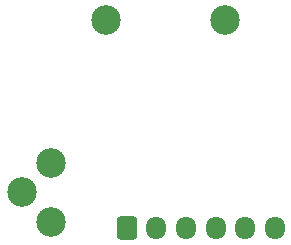
<source format=gbr>
%TF.GenerationSoftware,KiCad,Pcbnew,9.0.0*%
%TF.CreationDate,2025-03-13T21:07:55+01:00*%
%TF.ProjectId,Tasterplatine,54617374-6572-4706-9c61-74696e652e6b,1*%
%TF.SameCoordinates,Original*%
%TF.FileFunction,Soldermask,Top*%
%TF.FilePolarity,Negative*%
%FSLAX46Y46*%
G04 Gerber Fmt 4.6, Leading zero omitted, Abs format (unit mm)*
G04 Created by KiCad (PCBNEW 9.0.0) date 2025-03-13 21:07:55*
%MOMM*%
%LPD*%
G01*
G04 APERTURE LIST*
G04 Aperture macros list*
%AMRoundRect*
0 Rectangle with rounded corners*
0 $1 Rounding radius*
0 $2 $3 $4 $5 $6 $7 $8 $9 X,Y pos of 4 corners*
0 Add a 4 corners polygon primitive as box body*
4,1,4,$2,$3,$4,$5,$6,$7,$8,$9,$2,$3,0*
0 Add four circle primitives for the rounded corners*
1,1,$1+$1,$2,$3*
1,1,$1+$1,$4,$5*
1,1,$1+$1,$6,$7*
1,1,$1+$1,$8,$9*
0 Add four rect primitives between the rounded corners*
20,1,$1+$1,$2,$3,$4,$5,0*
20,1,$1+$1,$4,$5,$6,$7,0*
20,1,$1+$1,$6,$7,$8,$9,0*
20,1,$1+$1,$8,$9,$2,$3,0*%
G04 Aperture macros list end*
%ADD10C,2.500000*%
%ADD11RoundRect,0.250000X-0.600000X-0.725000X0.600000X-0.725000X0.600000X0.725000X-0.600000X0.725000X0*%
%ADD12O,1.700000X1.950000*%
G04 APERTURE END LIST*
D10*
%TO.C,LA1*%
X51514000Y-60920000D03*
X61514000Y-60920000D03*
%TD*%
%TO.C,SW1*%
X46839000Y-78000000D03*
X44339000Y-75500000D03*
X46839000Y-73000000D03*
%TD*%
D11*
%TO.C,J1*%
X53250000Y-78500000D03*
D12*
X55750000Y-78500000D03*
X58250000Y-78500000D03*
X60750000Y-78500000D03*
X63250000Y-78500000D03*
X65750000Y-78500000D03*
%TD*%
M02*

</source>
